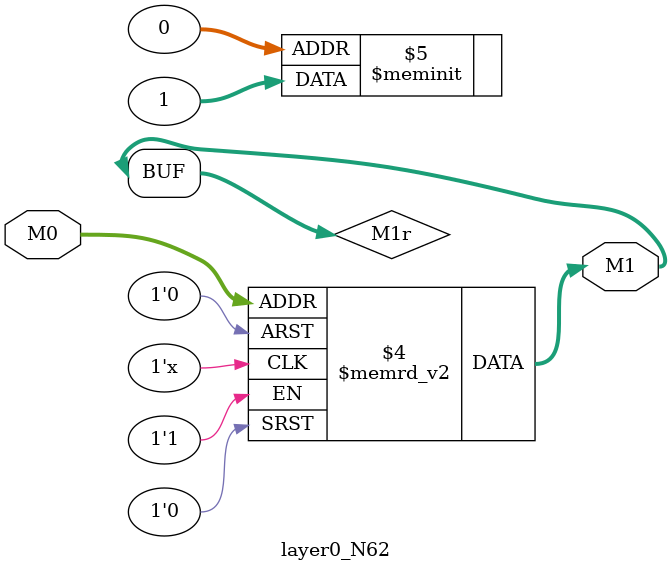
<source format=v>
module layer0_N62 ( input [3:0] M0, output [1:0] M1 );

	(*rom_style = "distributed" *) reg [1:0] M1r;
	assign M1 = M1r;
	always @ (M0) begin
		case (M0)
			4'b0000: M1r = 2'b01;
			4'b1000: M1r = 2'b00;
			4'b0100: M1r = 2'b00;
			4'b1100: M1r = 2'b00;
			4'b0010: M1r = 2'b00;
			4'b1010: M1r = 2'b00;
			4'b0110: M1r = 2'b00;
			4'b1110: M1r = 2'b00;
			4'b0001: M1r = 2'b00;
			4'b1001: M1r = 2'b00;
			4'b0101: M1r = 2'b00;
			4'b1101: M1r = 2'b00;
			4'b0011: M1r = 2'b00;
			4'b1011: M1r = 2'b00;
			4'b0111: M1r = 2'b00;
			4'b1111: M1r = 2'b00;

		endcase
	end
endmodule

</source>
